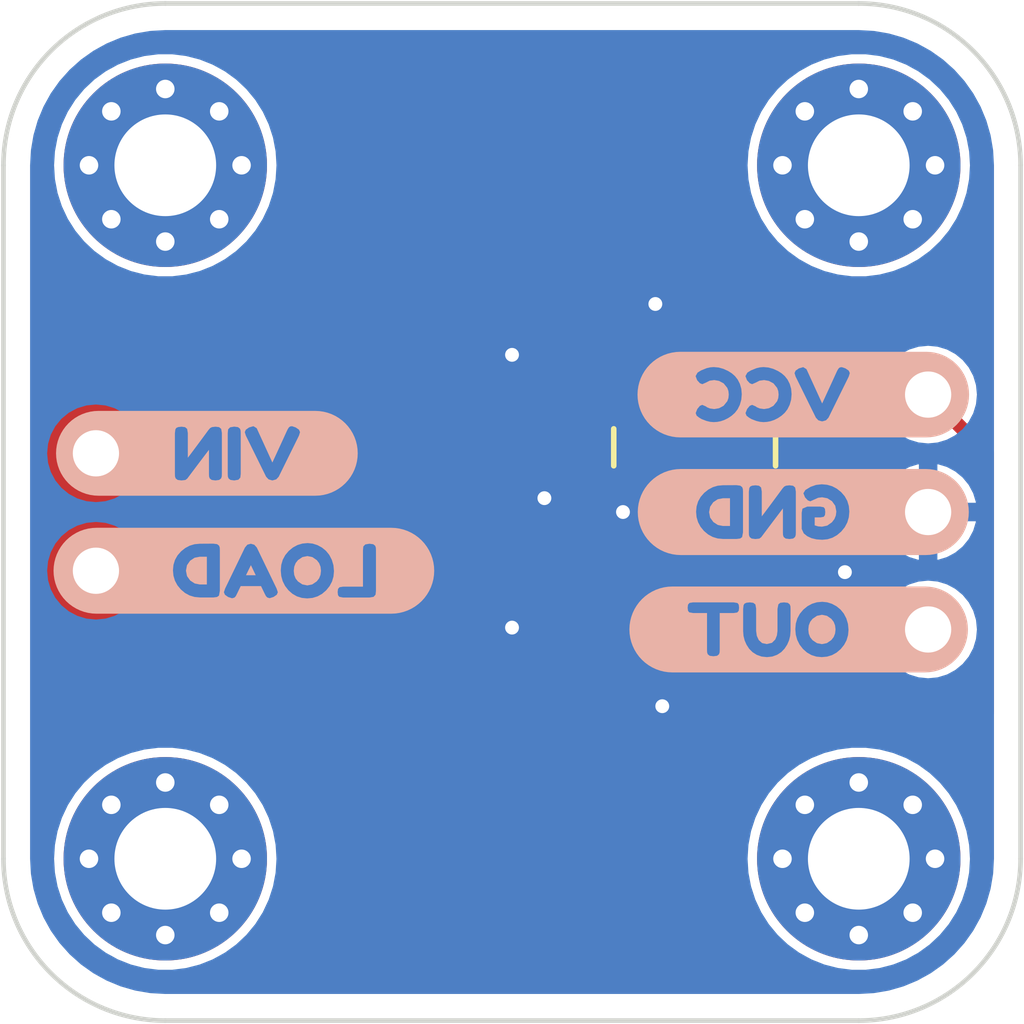
<source format=kicad_pcb>
(kicad_pcb (version 20221018) (generator pcbnew)
  (title_block (title "Current Sense Amplifier") (date "2023-02-27") (rev "A") (company "Designed by Tobias N.") (comment 4 "- Current Sense Amplifier -"))
  (layers (0 "F.Cu" signal) (31 "B.Cu" signal) (34 "B.Paste" user) (35 "F.Paste" user) (36 "B.SilkS" user "B.Silkscreen") (37 "F.SilkS" user "F.Silkscreen") (38 "B.Mask" user) (39 "F.Mask" user) (44 "Edge.Cuts" user))
  (net 0 "")
  (net 1 "VCC")
  (net 2 "GND")
  (net 3 "Net-(U2--)")
  (net 4 "Net-(C4-Pad2)")
  (net 5 "Net-(U2-+)")
  (net 6 "VIN")
  (net 7 "Net-(J1-Pad2)")
  (net 8 "Net-(J2-Pad3)")
  (net 9 "Net-(U1--)")
  (net 10 "Net-(U1-+)")
  (net 11 "Net-(R6-Pad2)")
  (footprint "CurrentSenseAmplifier:SOT-23-5" (layer "F.Cu") (at 144.2 105 -90)
    (fp_text reference "U2")
    (fp_text value "OPA189" hide)
    (fp_line (start -1 -1.5) (end -1.8 -1.5) (stroke (width 0.12)) (layer "F.SilkS"))
    (pad "1" smd roundrect (at -1.31 -0.95 270) (size 1.22 0.6) (layers "F.Cu" "F.Paste" "F.Mask") (net 4 "Net-(C4-Pad2)"))
    (pad "2" smd roundrect (at -1.31 0 270) (size 1.22 0.6) (layers "F.Cu" "F.Paste" "F.Mask") (net 2 "GND"))
    (pad "3" smd roundrect (at -1.31 0.95 270) (size 1.22 0.6) (layers "F.Cu" "F.Paste" "F.Mask") (net 5 "Net-(U2-+)"))
    (pad "4" smd roundrect (at 1.31 0.95 270) (size 1.22 0.6) (layers "F.Cu" "F.Paste" "F.Mask") (net 3 "Net-(U2--)"))
    (pad "5" smd roundrect (at 1.31 -0.95 270) (size 1.22 0.6) (layers "F.Cu" "F.Paste" "F.Mask") (net 1 "VCC"))
  )
  (footprint "CurrentSenseAmplifier:R_0402_(1005_Metric)" (layer "F.Cu") (at 146.4 103.9 -90)
    (fp_text reference "R8")
    (fp_text value "220R" hide)
    (pad "1" smd roundrect (at -0.5 0 270) (size 0.5 0.6) (layers "F.Cu" "F.Paste" "F.Mask") (net 4 "Net-(C4-Pad2)"))
    (pad "2" smd roundrect (at 0.5 0 270) (size 0.5 0.6) (layers "F.Cu" "F.Paste" "F.Mask") (net 8 "Net-(J2-Pad3)"))
  )
  (footprint "CurrentSenseAmplifier:SOT-23-5" (layer "F.Cu") (at 140.7 105 -90)
    (fp_text reference "U1")
    (fp_text value "LT6106" hide)
    (fp_line (start -1 -1.5) (end -1.8 -1.5) (stroke (width 0.12)) (layer "F.SilkS"))
    (pad "1" smd roundrect (at -1.31 -0.95 270) (size 1.22 0.6) (layers "F.Cu" "F.Paste" "F.Mask") (net 5 "Net-(U2-+)"))
    (pad "2" smd roundrect (at -1.31 0 270) (size 1.22 0.6) (layers "F.Cu" "F.Paste" "F.Mask") (net 2 "GND"))
    (pad "3" smd roundrect (at -1.31 0.95 270) (size 1.22 0.6) (layers "F.Cu" "F.Paste" "F.Mask") (net 9 "Net-(U1--)"))
    (pad "4" smd roundrect (at 1.31 0.95 270) (size 1.22 0.6) (layers "F.Cu" "F.Paste" "F.Mask") (net 10 "Net-(U1-+)"))
    (pad "5" smd roundrect (at 1.31 -0.95 270) (size 1.22 0.6) (layers "F.Cu" "F.Paste" "F.Mask") (net 1 "VCC"))
  )
  (footprint "CurrentSenseAmplifier:R_0402_(1005_Metric)" (layer "F.Cu") (at 141.2 102.5)
    (fp_text reference "R4")
    (fp_text value "1k 0.05%" hide)
    (pad "1" smd roundrect (at -0.5 0) (size 0.5 0.6) (layers "F.Cu" "F.Paste" "F.Mask") (net 2 "GND"))
    (pad "2" smd roundrect (at 0.5 0) (size 0.5 0.6) (layers "F.Cu" "F.Paste" "F.Mask") (net 5 "Net-(U2-+)"))
  )
  (footprint "CurrentSenseAmplifier:C_1206_(3216_Metric)" (layer "F.Cu") (at 144.6 101.8 180)
    (fp_text reference "C1")
    (fp_text value "2.2uF" hide)
    (pad "1" smd roundrect (at -1.5 0 180) (size 1.15 1.8) (layers "F.Cu" "F.Paste" "F.Mask") (roundrect_rratio 0.217391) (net 1 "VCC"))
    (pad "2" smd roundrect (at 1.5 0 180) (size 1.15 1.8) (layers "F.Cu" "F.Paste" "F.Mask") (roundrect_rratio 0.217391) (net 2 "GND"))
  )
  (footprint "CurrentSenseAmplifier:R_0402_(1005_Metric)" (layer "F.Cu") (at 138 105.5)
    (fp_text reference "R3")
    (fp_text value "100R 0.05%" hide)
    (pad "1" smd roundrect (at -0.5 0) (size 0.5 0.6) (layers "F.Cu" "F.Paste" "F.Mask") (net 7 "Net-(J1-Pad2)"))
    (pad "2" smd roundrect (at 0.5 0) (size 0.5 0.6) (layers "F.Cu" "F.Paste" "F.Mask") (net 10 "Net-(U1-+)"))
  )
  (footprint "CurrentSenseAmplifier:C_0402_(1005_Metric)" (layer "F.Cu") (at 146.4 106.1 90)
    (fp_text reference "C3")
    (fp_text value "100nF" hide)
    (pad "1" smd roundrect (at -0.45 0 90) (size 0.62 0.62) (layers "F.Cu" "F.Paste" "F.Mask") (net 1 "VCC"))
    (pad "2" smd roundrect (at 0.45 0 90) (size 0.56 0.62) (layers "F.Cu" "F.Paste" "F.Mask") (net 2 "GND"))
  )
  (footprint "CurrentSenseAmplifier:C_0402_(1005_Metric)" (layer "F.Cu") (at 146 108 90)
    (fp_text reference "C4")
    (fp_text value "22pF" hide)
    (pad "1" smd roundrect (at -0.45 0 90) (size 0.62 0.62) (layers "F.Cu" "F.Paste" "F.Mask") (net 3 "Net-(U2--)"))
    (pad "2" smd roundrect (at 0.45 0 90) (size 0.56 0.62) (layers "F.Cu" "F.Paste" "F.Mask") (net 4 "Net-(C4-Pad2)"))
  )
  (footprint "CurrentSenseAmplifier:R_0402_(1005_Metric)" (layer "F.Cu") (at 138 104.5)
    (fp_text reference "R2")
    (fp_text value "100R 0.05%" hide)
    (pad "1" smd roundrect (at -0.5 0) (size 0.5 0.6) (layers "F.Cu" "F.Paste" "F.Mask") (net 6 "VIN"))
    (pad "2" smd roundrect (at 0.5 0) (size 0.5 0.6) (layers "F.Cu" "F.Paste" "F.Mask") (net 9 "Net-(U1--)"))
  )
  (footprint "CurrentSenseAmplifier:C_0402_(1005_Metric)" (layer "F.Cu") (at 141.2 101.6 180)
    (fp_text reference "C5")
    (fp_text value "100nF" hide)
    (pad "1" smd roundrect (at -0.45 0 180) (size 0.62 0.62) (layers "F.Cu" "F.Paste" "F.Mask") (net 5 "Net-(U2-+)"))
    (pad "2" smd roundrect (at 0.45 0 180) (size 0.56 0.62) (layers "F.Cu" "F.Paste" "F.Mask") (net 2 "GND"))
  )
  (footprint "CurrentSenseAmplifier:R_0402_(1005_Metric)" (layer "F.Cu") (at 143.25 108 90)
    (fp_text reference "R5")
    (fp_text value "1k 0.05%" hide)
    (pad "1" smd roundrect (at -0.5 0 90) (size 0.5 0.6) (layers "F.Cu" "F.Paste" "F.Mask") (net 2 "GND"))
    (pad "2" smd roundrect (at 0.5 0 90) (size 0.5 0.6) (layers "F.Cu" "F.Paste" "F.Mask") (net 3 "Net-(U2--)"))
  )
  (footprint "CurrentSenseAmplifier:MountingHole_M2" (layer "F.Cu") (at 147.5 112.5)
    (fp_text reference "H4" hide)
    (fp_text value "MountingHole" hide)
    (pad "1" thru_hole circle (at -1.65 0) (size 0.7 0.7) (drill 0.4) (layers "*.Cu" "*.Mask"))
    (pad "1" thru_hole circle (at -1.166726 -1.166726) (size 0.7 0.7) (drill 0.4) (layers "*.Cu" "*.Mask"))
    (pad "1" thru_hole circle (at -1.166726 1.166726) (size 0.7 0.7) (drill 0.4) (layers "*.Cu" "*.Mask"))
    (pad "1" thru_hole circle (at 0 -1.65) (size 0.7 0.7) (drill 0.4) (layers "*.Cu" "*.Mask"))
    (pad "1" thru_hole circle (at 0 0) (size 4.4 4.4) (drill 2.2) (layers "*.Cu" "*.Mask"))
    (pad "1" thru_hole circle (at 0 1.65) (size 0.7 0.7) (drill 0.4) (layers "*.Cu" "*.Mask"))
    (pad "1" thru_hole circle (at 1.166726 -1.166726) (size 0.7 0.7) (drill 0.4) (layers "*.Cu" "*.Mask"))
    (pad "1" thru_hole circle (at 1.166726 1.166726) (size 0.7 0.7) (drill 0.4) (layers "*.Cu" "*.Mask"))
    (pad "1" thru_hole circle (at 1.65 0) (size 0.7 0.7) (drill 0.4) (layers "*.Cu" "*.Mask"))
  )
  (footprint "CurrentSenseAmplifier:C_0402_(1005_Metric)" (layer "F.Cu") (at 141.2 107.5 180)
    (fp_text reference "C2")
    (fp_text value "100nF" hide)
    (pad "1" smd roundrect (at -0.45 0 180) (size 0.62 0.62) (layers "F.Cu" "F.Paste" "F.Mask") (net 1 "VCC"))
    (pad "2" smd roundrect (at 0.45 0 180) (size 0.56 0.62) (layers "F.Cu" "F.Paste" "F.Mask") (net 2 "GND"))
  )
  (footprint "CurrentSenseAmplifier:SolderJumper-2" (layer "F.Cu") (at 140 98.5)
    (fp_text reference "JP1")
    (fp_text value "SolderJumper_2" hide)
    (pad "1" smd custom (at -0.65 0) (size 1 0.5) (layers "F.Cu" "F.Mask") (net 6 "VIN") (options (clearance outline) (anchor rect)) (primitives (gr_circle (center 0 0.25) (end 0.5 0.25) (width 0) (fill yes)) (gr_circle (center 0 -0.25) (end 0.5 -0.25) (width 0) (fill yes)) (gr_poly (pts (xy 0.5 0.75) (xy 0 0.75) (xy 0 -0.75) (xy 0.5 -0.75)) (width 0) (fill yes))))
    (pad "2" smd custom (at 0.65 0) (size 1 0.5) (layers "F.Cu" "F.Mask") (net 1 "VCC") (options (clearance outline) (anchor rect)) (primitives (gr_circle (center 0 0.25) (end 0.5 0.25) (width 0) (fill yes)) (gr_circle (center 0 -0.25) (end 0.5 -0.25) (width 0) (fill yes)) (gr_poly (pts (xy 0 0.75) (xy -0.5 0.75) (xy -0.5 -0.75) (xy 0 -0.75)) (width 0) (fill yes))))
  )
  (footprint "CurrentSenseAmplifier:R_0402_(1005_Metric)" (layer "F.Cu") (at 145.1 108 90)
    (fp_text reference "R7")
    (fp_text value "2k2 0.05%" hide)
    (pad "1" smd roundrect (at -0.5 0 90) (size 0.5 0.6) (layers "F.Cu" "F.Paste" "F.Mask") (net 11 "Net-(R6-Pad2)"))
    (pad "2" smd roundrect (at 0.5 0 90) (size 0.5 0.6) (layers "F.Cu" "F.Paste" "F.Mask") (net 4 "Net-(C4-Pad2)"))
  )
  (footprint "CurrentSenseAmplifier:R_1206_(3216_Metric)" (layer "F.Cu") (at 134.8 105 -90)
    (fp_text reference "R1")
    (fp_text value "1R 0.1%" hide)
    (pad "1" smd roundrect (at -1.575 0 270) (size 1.15 1.7) (layers "F.Cu" "F.Paste" "F.Mask") (roundrect_rratio 0.222222) (net 6 "VIN"))
    (pad "2" smd roundrect (at 1.575 0 270) (size 1.15 1.7) (layers "F.Cu" "F.Paste" "F.Mask") (roundrect_rratio 0.222222) (net 7 "Net-(J1-Pad2)"))
  )
  (footprint "CurrentSenseAmplifier:PinHeader_1x03_P2.54mm_Vertical" (layer "F.Cu") (at 149 102.46)
    (fp_text reference "J2")
    (fp_text value "Header_1x03_P2.54" hide)
    (pad "1" thru_hole circle (at 0 0) (size 1.7 1.7) (drill 1) (layers "*.Cu" "*.Mask") (net 1 "VCC"))
    (pad "2" thru_hole oval (at 0 2.54) (size 1.7 1.7) (drill 1) (layers "*.Cu" "*.Mask") (net 2 "GND"))
    (pad "3" thru_hole oval (at 0 5.08) (size 1.7 1.7) (drill 1) (layers "*.Cu" "*.Mask") (net 8 "Net-(J2-Pad3)"))
  )
  (footprint "CurrentSenseAmplifier:PinHeader_1x02_P2.54mm_Vertical" (layer "F.Cu") (at 131 103.73)
    (fp_text reference "J1")
    (fp_text value "Header_1x03_P2.54" hide)
    (pad "1" thru_hole circle (at 0 0) (size 1.7 1.7) (drill 1) (layers "*.Cu" "*.Mask") (net 6 "VIN"))
    (pad "2" thru_hole oval (at 0 2.54) (size 1.7 1.7) (drill 1) (layers "*.Cu" "*.Mask") (net 7 "Net-(J1-Pad2)"))
  )
  (footprint "CurrentSenseAmplifier:R_0402_(1005_Metric)" (layer "F.Cu") (at 144.2 108 -90)
    (fp_text reference "R6")
    (fp_text value "6k8 0.05%" hide)
    (pad "1" smd roundrect (at -0.5 0 270) (size 0.5 0.6) (layers "F.Cu" "F.Paste" "F.Mask") (net 3 "Net-(U2--)"))
    (pad "2" smd roundrect (at 0.5 0 270) (size 0.5 0.6) (layers "F.Cu" "F.Paste" "F.Mask") (net 11 "Net-(R6-Pad2)"))
  )
  (footprint "CurrentSenseAmplifier:MountingHole_M2" (layer "F.Cu") (at 132.5 112.5)
    (fp_text reference "H1" hide)
    (fp_text value "MountingHole" hide)
    (pad "1" thru_hole circle (at -1.65 0) (size 0.7 0.7) (drill 0.4) (layers "*.Cu" "*.Mask"))
    (pad "1" thru_hole circle (at -1.166726 -1.166726) (size 0.7 0.7) (drill 0.4) (layers "*.Cu" "*.Mask"))
    (pad "1" thru_hole circle (at -1.166726 1.166726) (size 0.7 0.7) (drill 0.4) (layers "*.Cu" "*.Mask"))
    (pad "1" thru_hole circle (at 0 -1.65) (size 0.7 0.7) (drill 0.4) (layers "*.Cu" "*.Mask"))
    (pad "1" thru_hole circle (at 0 0) (size 4.4 4.4) (drill 2.2) (layers "*.Cu" "*.Mask"))
    (pad "1" thru_hole circle (at 0 1.65) (size 0.7 0.7) (drill 0.4) (layers "*.Cu" "*.Mask"))
    (pad "1" thru_hole circle (at 1.166726 -1.166726) (size 0.7 0.7) (drill 0.4) (layers "*.Cu" "*.Mask"))
    (pad "1" thru_hole circle (at 1.166726 1.166726) (size 0.7 0.7) (drill 0.4) (layers "*.Cu" "*.Mask"))
    (pad "1" thru_hole circle (at 1.65 0) (size 0.7 0.7) (drill 0.4) (layers "*.Cu" "*.Mask"))
  )
  (footprint "CurrentSenseAmplifier:MountingHole_M2" (layer "F.Cu") (at 132.5 97.5)
    (fp_text reference "H2" hide)
    (fp_text value "MountingHole" hide)
    (pad "1" thru_hole circle (at -1.65 0) (size 0.7 0.7) (drill 0.4) (layers "*.Cu" "*.Mask"))
    (pad "1" thru_hole circle (at -1.166726 -1.166726) (size 0.7 0.7) (drill 0.4) (layers "*.Cu" "*.Mask"))
    (pad "1" thru_hole circle (at -1.166726 1.166726) (size 0.7 0.7) (drill 0.4) (layers "*.Cu" "*.Mask"))
    (pad "1" thru_hole circle (at 0 -1.65) (size 0.7 0.7) (drill 0.4) (layers "*.Cu" "*.Mask"))
    (pad "1" thru_hole circle (at 0 0) (size 4.4 4.4) (drill 2.2) (layers "*.Cu" "*.Mask"))
    (pad "1" thru_hole circle (at 0 1.65) (size 0.7 0.7) (drill 0.4) (layers "*.Cu" "*.Mask"))
    (pad "1" thru_hole circle (at 1.166726 -1.166726) (size 0.7 0.7) (drill 0.4) (layers "*.Cu" "*.Mask"))
    (pad "1" thru_hole circle (at 1.166726 1.166726) (size 0.7 0.7) (drill 0.4) (layers "*.Cu" "*.Mask"))
    (pad "1" thru_hole circle (at 1.65 0) (size 0.7 0.7) (drill 0.4) (layers "*.Cu" "*.Mask"))
  )
  (footprint "CurrentSenseAmplifier:MountingHole_M2" (layer "F.Cu") (at 147.5 97.5)
    (fp_text reference "H3" hide)
    (fp_text value "MountingHole" hide)
    (pad "1" thru_hole circle (at -1.65 0) (size 0.7 0.7) (drill 0.4) (layers "*.Cu" "*.Mask"))
    (pad "1" thru_hole circle (at -1.166726 -1.166726) (size 0.7 0.7) (drill 0.4) (layers "*.Cu" "*.Mask"))
    (pad "1" thru_hole circle (at -1.166726 1.166726) (size 0.7 0.7) (drill 0.4) (layers "*.Cu" "*.Mask"))
    (pad "1" thru_hole circle (at 0 -1.65) (size 0.7 0.7) (drill 0.4) (layers "*.Cu" "*.Mask"))
    (pad "1" thru_hole circle (at 0 0) (size 4.4 4.4) (drill 2.2) (layers "*.Cu" "*.Mask"))
    (pad "1" thru_hole circle (at 0 1.65) (size 0.7 0.7) (drill 0.4) (layers "*.Cu" "*.Mask"))
    (pad "1" thru_hole circle (at 1.166726 -1.166726) (size 0.7 0.7) (drill 0.4) (layers "*.Cu" "*.Mask"))
    (pad "1" thru_hole circle (at 1.166726 1.166726) (size 0.7 0.7) (drill 0.4) (layers "*.Cu" "*.Mask"))
    (pad "1" thru_hole circle (at 1.65 0) (size 0.7 0.7) (drill 0.4) (layers "*.Cu" "*.Mask"))
  )
  (footprint "kibuzzard-64027225" (layer "B.Cu") (at 134.2 106.27 180)
    (fp_text reference "kibuzzard-64027225" hide)
    (fp_text value "G***" hide)
    (fp_poly (pts (xy -0.151871 0.12065) (xy -0.256646 -0.096838) (xy -0.045508 -0.096838) (xy -0.151871 0.12065)) (fill solid) (layer "B.SilkS"))
    (fp_poly (pts (xy 0.953029 0.303213) (xy 0.800629 0.303213) (xy 0.800629 -0.296863) (xy 0.954617 -0.296863) (xy 1.06336 -0.27563) (xy 1.160992 -0.211931) (xy 1.230048 -0.116086) (xy 1.253067 0.001588) (xy 1.230643 0.119658) (xy 1.163373 0.216694) (xy 1.06594 0.281583) (xy 0.953029 0.303213)) (fill solid) (layer "B.SilkS"))
    (fp_poly (pts (xy -1.667933 0) (xy -1.657791 -0.088283) (xy -1.627364 -0.164747) (xy -1.576652 -0.229394) (xy -1.480013 -0.295473) (xy -1.372658 -0.3175) (xy -1.265502 -0.296069) (xy -1.169458 -0.231775) (xy -1.119187 -0.168099) (xy -1.089025 -0.091369) (xy -1.078971 -0.001587) (xy -1.089113 0.088371) (xy -1.11954 0.165629) (xy -1.170252 0.230188) (xy -1.266891 0.295672) (xy -1.374246 0.3175) (xy -1.481402 0.295473) (xy -1.577446 0.229394) (xy -1.627717 0.164747) (xy -1.657879 0.088283) (xy -1.667933 0)) (fill solid) (layer "B.SilkS"))
    (fp_poly (pts (xy -2.856971 0.929217) (xy -3.1877 0.929217) (xy -3.278779 0.924742) (xy -3.368981 0.911362) (xy -3.457437 0.889205) (xy -3.543296 0.858484) (xy -3.62573 0.819496) (xy -3.703945 0.772615) (xy -3.777189 0.718294) (xy -3.844755 0.657055) (xy -3.905994 0.589489) (xy -3.960315 0.516245) (xy -4.007196 0.43803) (xy -4.046184 0.355596) (xy -4.076905 0.269737) (xy -4.099062 0.181281) (xy -4.112442 0.091079) (xy -4.116917 0) (xy -4.112442 -0.091079) (xy -4.099062 -0.181281) (xy -4.076905 -0.269737) (xy -4.046184 -0.355596) (xy -4.007196 -0.43803) (xy -3.960315 -0.516245) (xy -3.905994 -0.589489) (xy -3.844755 -0.657055) (xy -3.777189 -0.718294) (xy -3.703945 -0.772615) (xy -3.62573 -0.819496) (xy -3.543296 -0.858484) (xy -3.457437 -0.889205) (xy -3.368981 -0.911362) (xy -3.278779 -0.924742) (xy -3.1877 -0.929217) (xy -2.856971 -0.929217) (xy -2.145771 -0.929217) (xy -2.145771 -0.579437) (xy -2.717271 -0.579437) (xy -2.805377 -0.564356) (xy -2.847446 -0.519113) (xy -2.856971 -0.43815) (xy -2.856971 0.4445) (xy -2.85459 0.499269) (xy -2.839508 0.541337) (xy -2.79744 0.573484) (xy -2.715683 0.5842) (xy -2.62718 0.569516) (xy -2.583921 0.525463) (xy -2.575983 0.442913) (xy -2.575983 -0.344488) (xy -2.144183 -0.344488) (xy -2.067983 -0.356394) (xy -2.036233 -0.3937) (xy -2.028296 -0.461169) (xy -2.036233 -0.528638) (xy -2.063221 -0.563563) (xy -2.145771 -0.579437) (xy -2.145771 -0.929217) (xy -1.369483 -0.929217) (xy -1.369483 -0.598488) (xy -1.485619 -0.587573) (xy -1.592725 -0.554831) (xy -1.690803 -0.500261) (xy -1.779852 -0.423863) (xy -1.85382 -0.332383) (xy -1.906654 -0.232569) (xy -1.938354 -0.12442) (xy -1.948921 -0.007937) (xy -1.937015 0.119658) (xy -1.901296 0.238919) (xy -1.845733 0.344686) (xy -1.774296 0.4318) (xy -1.688968 0.501253) (xy -1.591733 0.554038) (xy -1.486958 0.587375) (xy -1.379008 0.598488) (xy -1.265403 0.587871) (xy -1.159536 0.556022) (xy -1.061409 0.50294) (xy -0.971021 0.428625) (xy -0.895317 0.338584) (xy -0.841243 0.238323) (xy -0.808798 0.127843) (xy -0.797983 0.007144) (xy -0.808302 -0.114002) (xy -0.839258 -0.225822) (xy -0.890852 -0.328315) (xy -0.963083 -0.421481) (xy -1.050396 -0.498921) (xy -1.147233 -0.554236) (xy -1.253596 -0.587425) (xy -1.369483 -0.598488) (xy -1.369483 -0.929217) (xy 0.255323 -0.929217) (xy 0.255323 -0.595312) (xy 0.204523 -0.581025) (xy 0.175948 -0.550863) (xy 0.151342 -0.503237) (xy 0.068792 -0.331788) (xy -0.370946 -0.331788) (xy -0.453496 -0.503237) (xy -0.478102 -0.549275) (xy -0.506677 -0.578644) (xy -0.557477 -0.593725) (xy -0.642408 -0.566738) (xy -0.711465 -0.519113) (xy -0.734483 -0.465137) (xy -0.707496 -0.384175) (xy -0.278871 0.503238) (xy -0.22569 0.561975) (xy -0.150283 0.5842) (xy -0.075671 0.563563) (xy -0.023283 0.50165) (xy 0.405342 -0.384175) (xy 0.432329 -0.465137) (xy 0.40931 -0.519509) (xy 0.340254 -0.568325) (xy 0.255323 -0.595312) (xy 0.255323 -0.929217) (xy 0.949854 -0.929217) (xy 0.949854 -0.57785) (xy 0.659342 -0.57785) (xy 0.58076 -0.567928) (xy 0.538692 -0.538163) (xy 0.519642 -0.436562) (xy 0.519642 0.446087) (xy 0.522023 0.50165) (xy 0.537104 0.542925) (xy 0.579173 0.575072) (xy 0.660929 0.585788) (xy 0.954617 0.5842) (xy 1.066238 0.573832) (xy 1.170914 0.542727) (xy 1.268644 0.490885) (xy 1.359429 0.418306) (xy 1.435828 0.330597) (xy 1.490398 0.233363) (xy 1.52314 0.126603) (xy 1.534054 0.010319) (xy 1.523388 -0.106412) (xy 1.49139 -0.214511) (xy 1.43806 -0.313978) (xy 1.363398 -0.404812) (xy 1.273555 -0.480516) (xy 1.174684 -0.534591) (xy 1.066783 -0.567035) (xy 0.949854 -0.57785) (xy 0.949854 -0.929217) (xy 1.534054 -0.929217) (xy 3.1877 -0.929217) (xy 3.278779 -0.924742) (xy 3.368981 -0.911362) (xy 3.457437 -0.889205) (xy 3.543296 -0.858484) (xy 3.62573 -0.819496) (xy 3.703945 -0.772615) (xy 3.777189 -0.718294) (xy 3.844755 -0.657055) (xy 3.905994 -0.589489) (xy 3.960315 -0.516245) (xy 4.007196 -0.43803) (xy 4.046184 -0.355596) (xy 4.076905 -0.269737) (xy 4.099062 -0.181281) (xy 4.112442 -0.091079) (xy 4.116917 0) (xy 4.112442 0.091079) (xy 4.099062 0.181281) (xy 4.076905 0.269737) (xy 4.046184 0.355596) (xy 4.007196 0.43803) (xy 3.960315 0.516245) (xy 3.905994 0.589489) (xy 3.844755 0.657055) (xy 3.777189 0.718294) (xy 3.703945 0.772615) (xy 3.62573 0.819496) (xy 3.543296 0.858484) (xy 3.457437 0.889205) (xy 3.368981 0.911362) (xy 3.278779 0.924742) (xy 3.1877 0.929217) (xy 1.534054 0.929217) (xy -2.856971 0.929217)) (fill solid) (layer "B.SilkS"))
  )
  (footprint "kibuzzard-64025D53" (layer "B.Cu") (at 146.3 102.46 180)
    (fp_text reference "kibuzzard-64025D53" hide)
    (fp_text value "G***" hide)
    (fp_poly (pts (xy -1.00621 0.926042) (xy -2.659856 0.926042) (xy -2.750624 0.921583) (xy -2.840518 0.908248) (xy -2.928672 0.886167) (xy -3.014237 0.855551) (xy -3.096389 0.816696) (xy -3.174337 0.769975) (xy -3.247331 0.71584) (xy -3.314667 0.65481) (xy -3.375696 0.587475) (xy -3.429832 0.514481) (xy -3.476552 0.436533) (xy -3.515407 0.354381) (xy -3.546023 0.268816) (xy -3.568104 0.180662) (xy -3.581439 0.090768) (xy -3.585898 0) (xy -3.581439 -0.090768) (xy -3.568104 -0.180662) (xy -3.546023 -0.268816) (xy -3.515407 -0.354381) (xy -3.476552 -0.436533) (xy -3.429832 -0.514481) (xy -3.375696 -0.587475) (xy -3.314667 -0.65481) (xy -3.247331 -0.71584) (xy -3.174337 -0.769975) (xy -3.096389 -0.816696) (xy -3.014237 -0.855551) (xy -2.928672 -0.886167) (xy -2.840518 -0.908248) (xy -2.750624 -0.921583) (xy -2.659856 -0.926042) (xy -1.00621 -0.926042) (xy -0.399785 -0.926042) (xy -0.399785 -0.57785) (xy -0.41566 -0.57785) (xy -0.491067 -0.556419) (xy -0.544248 -0.500063) (xy -0.982398 0.388937) (xy -1.00621 0.465137) (xy -0.982795 0.518319) (xy -0.912548 0.566737) (xy -0.832379 0.593725) (xy -0.79031 0.587375) (xy -0.763323 0.56515) (xy -0.737129 0.523081) (xy -0.715896 0.478631) (xy -0.67601 0.391319) (xy -0.625012 0.279202) (xy -0.570442 0.160337) (xy -0.515673 0.041473) (xy -0.464079 -0.070644) (xy -0.424987 -0.155377) (xy -0.407723 -0.192088) (xy -0.090223 0.503238) (xy -0.067998 0.550862) (xy 0.001852 0.593725) (xy 0.095515 0.566737) (xy 0.165761 0.518319) (xy 0.189177 0.465137) (xy 0.165365 0.388937) (xy -0.272785 -0.500063) (xy -0.325967 -0.556419) (xy -0.399785 -0.57785) (xy -0.399785 -0.926042) (xy 0.859896 -0.926042) (xy 0.859896 -0.595313) (xy 0.784093 -0.590352) (xy 0.707496 -0.575469) (xy 0.629311 -0.548878) (xy 0.548746 -0.508794) (xy 0.471157 -0.456803) (xy 0.401902 -0.394494) (xy 0.342569 -0.3175) (xy 0.294746 -0.221456) (xy 0.263194 -0.111323) (xy 0.252677 0.007937) (xy 0.262996 0.126008) (xy 0.293952 0.232569) (xy 0.340982 0.324644) (xy 0.399521 0.399256) (xy 0.468379 0.45978) (xy 0.546365 0.509587) (xy 0.650258 0.557213) (xy 0.754503 0.585788) (xy 0.859102 0.595313) (xy 0.93431 0.589558) (xy 1.010708 0.572294) (xy 1.12739 0.525463) (xy 1.16549 0.503238) (xy 1.20994 0.474662) (xy 1.251215 0.399256) (xy 1.217877 0.31115) (xy 1.15914 0.246856) (xy 1.106752 0.225425) (xy 1.02579 0.26035) (xy 0.948002 0.300831) (xy 0.84799 0.314325) (xy 0.745596 0.296466) (xy 0.64479 0.242887) (xy 0.565415 0.144462) (xy 0.541602 0.076795) (xy 0.533665 0.000794) (xy 0.541602 -0.075208) (xy 0.565415 -0.142875) (xy 0.646377 -0.242888) (xy 0.745199 -0.295275) (xy 0.84799 -0.312738) (xy 0.940858 -0.300038) (xy 1.003565 -0.274638) (xy 1.03214 -0.254) (xy 1.10834 -0.22225) (xy 1.159536 -0.244475) (xy 1.214702 -0.31115) (xy 1.249627 -0.40005) (xy 1.228196 -0.455613) (xy 1.17819 -0.4953) (xy 1.123421 -0.528638) (xy 1.016265 -0.569913) (xy 0.936691 -0.588963) (xy 0.859896 -0.595313) (xy 0.859896 -0.926042) (xy 1.937808 -0.926042) (xy 1.937808 -0.595313) (xy 1.862005 -0.590352) (xy 1.785408 -0.575469) (xy 1.707224 -0.548878) (xy 1.626658 -0.508794) (xy 1.549069 -0.456803) (xy 1.479815 -0.394494) (xy 1.420482 -0.3175) (xy 1.372658 -0.221456) (xy 1.341107 -0.111323) (xy 1.33059 0.007937) (xy 1.340908 0.126008) (xy 1.371865 0.232569) (xy 1.418894 0.324644) (xy 1.477433 0.399256) (xy 1.546291 0.45978) (xy 1.624277 0.509587) (xy 1.72817 0.557213) (xy 1.832416 0.585788) (xy 1.937015 0.595313) (xy 2.012222 0.589558) (xy 2.088621 0.572294) (xy 2.205302 0.525463) (xy 2.243402 0.503238) (xy 2.287852 0.474662) (xy 2.329127 0.399256) (xy 2.29579 0.31115) (xy 2.237052 0.246856) (xy 2.184665 0.225425) (xy 2.103702 0.26035) (xy 2.025915 0.300831) (xy 1.925902 0.314325) (xy 1.823508 0.296466) (xy 1.722702 0.242887) (xy 1.643327 0.144462) (xy 1.619515 0.076795) (xy 1.611577 0.000794) (xy 1.619515 -0.075208) (xy 1.643327 -0.142875) (xy 1.72429 -0.242888) (xy 1.823111 -0.295275) (xy 1.925902 -0.312738) (xy 2.018771 -0.300038) (xy 2.081477 -0.274638) (xy 2.110052 -0.254) (xy 2.186252 -0.22225) (xy 2.237449 -0.244475) (xy 2.292615 -0.31115) (xy 2.32754 -0.40005) (xy 2.306108 -0.455613) (xy 2.256102 -0.4953) (xy 2.201333 -0.528638) (xy 2.094177 -0.569913) (xy 2.014604 -0.588963) (xy 1.937808 -0.595313) (xy 1.937808 -0.926042) (xy 2.329127 -0.926042) (xy 2.659856 -0.926042) (xy 2.750624 -0.921583) (xy 2.840518 -0.908248) (xy 2.928672 -0.886167) (xy 3.014237 -0.855551) (xy 3.096389 -0.816696) (xy 3.174337 -0.769975) (xy 3.247331 -0.71584) (xy 3.314667 -0.65481) (xy 3.375696 -0.587475) (xy 3.429832 -0.514481) (xy 3.476552 -0.436533) (xy 3.515407 -0.354381) (xy 3.546023 -0.268816) (xy 3.568104 -0.180662) (xy 3.581439 -0.090768) (xy 3.585898 0) (xy 3.581439 0.090768) (xy 3.568104 0.180662) (xy 3.546023 0.268816) (xy 3.515407 0.354381) (xy 3.476552 0.436533) (xy 3.429832 0.514481) (xy 3.375696 0.587475) (xy 3.314667 0.65481) (xy 3.247331 0.71584) (xy 3.174337 0.769975) (xy 3.096389 0.816696) (xy 3.014237 0.855551) (xy 2.928672 0.886167) (xy 2.840518 0.908248) (xy 2.750624 0.921583) (xy 2.659856 0.926042) (xy 2.329127 0.926042) (xy -1.00621 0.926042)) (fill solid) (layer "B.SilkS"))
  )
  (footprint "kibuzzard-64025D5B" (layer "B.Cu") (at 146.3 105 180)
    (fp_text reference "kibuzzard-64025D5B" hide)
    (fp_text value "G***" hide)
    (fp_poly (pts (xy 1.737783 0.29845) (xy 1.585383 0.29845) (xy 1.585383 -0.301625) (xy 1.739371 -0.301625) (xy 1.848115 -0.280392) (xy 1.945746 -0.216694) (xy 2.014802 -0.120848) (xy 2.037821 -0.003175) (xy 2.015397 0.114895) (xy 1.948127 0.211931) (xy 1.850694 0.27682) (xy 1.737783 0.29845)) (fill solid) (layer "B.SilkS"))
    (fp_poly (pts (xy -0.995892 0.930804) (xy -2.649537 0.930804) (xy -2.740772 0.926322) (xy -2.831128 0.912919) (xy -2.919736 0.890724) (xy -3.005741 0.859951) (xy -3.088316 0.820896) (xy -3.166665 0.773935) (xy -3.240033 0.719521) (xy -3.307715 0.658178) (xy -3.369059 0.590496) (xy -3.423473 0.517127) (xy -3.470433 0.438778) (xy -3.509488 0.356203) (xy -3.540262 0.270198) (xy -3.562456 0.181591) (xy -3.57586 0.091235) (xy -3.580342 0) (xy -3.57586 -0.091235) (xy -3.562456 -0.181591) (xy -3.540262 -0.270198) (xy -3.509488 -0.356203) (xy -3.470433 -0.438778) (xy -3.423473 -0.517127) (xy -3.369059 -0.590496) (xy -3.307715 -0.658178) (xy -3.240033 -0.719521) (xy -3.166665 -0.773935) (xy -3.088316 -0.820896) (xy -3.005741 -0.859951) (xy -2.919736 -0.890724) (xy -2.831128 -0.912919) (xy -2.740772 -0.926322) (xy -2.649537 -0.930804) (xy -0.995892 -0.930804) (xy -0.410104 -0.930804) (xy -0.410104 -0.600075) (xy -0.524503 -0.588913) (xy -0.631164 -0.555427) (xy -0.730085 -0.499616) (xy -0.821267 -0.421481) (xy -0.897665 -0.327571) (xy -0.952235 -0.224433) (xy -0.984978 -0.112068) (xy -0.995892 0.009525) (xy -0.984779 0.130522) (xy -0.951442 0.241102) (xy -0.895879 0.341263) (xy -0.818092 0.431006) (xy -0.725223 0.504974) (xy -0.624417 0.557808) (xy -0.515673 0.589508) (xy -0.398992 0.600075) (xy -0.276401 0.586317) (xy -0.158397 0.545042) (xy -0.044979 0.47625) (xy -0.002117 0.405606) (xy -0.038629 0.315913) (xy -0.097764 0.252809) (xy -0.151342 0.231775) (xy -0.248179 0.275431) (xy -0.321204 0.308173) (xy -0.406929 0.319087) (xy -0.520832 0.297855) (xy -0.621242 0.234156) (xy -0.691489 0.136128) (xy -0.714904 0.011906) (xy -0.704321 -0.075053) (xy -0.672571 -0.152841) (xy -0.619654 -0.221456) (xy -0.518054 -0.293489) (xy -0.403754 -0.3175) (xy -0.320807 -0.310356) (xy -0.246592 -0.288925) (xy -0.246592 -0.115888) (xy -0.372004 -0.115888) (xy -0.441854 -0.103188) (xy -0.468842 -0.065881) (xy -0.475192 0.000794) (xy -0.468048 0.068263) (xy -0.441854 0.103187) (xy -0.365654 0.117475) (xy -0.086254 0.117475) (xy 0.018521 0.073025) (xy 0.034396 -0.015875) (xy 0.034396 -0.365125) (xy -0.010054 -0.461963) (xy -0.085064 -0.522387) (xy -0.176742 -0.565547) (xy -0.285089 -0.591443) (xy -0.410104 -0.600075) (xy -0.410104 -0.930804) (xy 1.036108 -0.930804) (xy 1.036108 -0.5842) (xy 0.950383 -0.574675) (xy 0.910696 -0.544513) (xy 0.798424 -0.394935) (xy 0.699735 -0.263701) (xy 0.614627 -0.150813) (xy 0.543101 -0.056268) (xy 0.485158 0.019932) (xy 0.440796 0.077788) (xy 0.440796 -0.4445) (xy 0.438415 -0.500063) (xy 0.423333 -0.541338) (xy 0.381265 -0.573484) (xy 0.299508 -0.5842) (xy 0.220133 -0.573484) (xy 0.178858 -0.541338) (xy 0.163777 -0.498475) (xy 0.161396 -0.442913) (xy 0.161396 0.442913) (xy 0.176477 0.531019) (xy 0.221721 0.568325) (xy 0.299508 0.57785) (xy 0.374915 0.569119) (xy 0.413808 0.549275) (xy 0.450321 0.508) (xy 0.555801 0.364728) (xy 0.648935 0.238654) (xy 0.729721 0.129778) (xy 0.79816 0.0381) (xy 0.854251 -0.03638) (xy 0.897996 -0.093663) (xy 0.897996 0.442913) (xy 0.913077 0.531019) (xy 0.958321 0.568325) (xy 1.033727 0.57785) (xy 1.106752 0.569912) (xy 1.148027 0.550862) (xy 1.167871 0.517525) (xy 1.177396 0.436562) (xy 1.177396 -0.4445) (xy 1.175015 -0.500063) (xy 1.159933 -0.541338) (xy 1.117865 -0.573484) (xy 1.036108 -0.5842) (xy 1.036108 -0.930804) (xy 1.734608 -0.930804) (xy 1.734608 -0.582613) (xy 1.444096 -0.582613) (xy 1.365515 -0.572691) (xy 1.323446 -0.542925) (xy 1.304396 -0.441325) (xy 1.304396 0.441325) (xy 1.306777 0.496888) (xy 1.321858 0.538163) (xy 1.363927 0.570309) (xy 1.445683 0.581025) (xy 1.739371 0.579437) (xy 1.850992 0.569069) (xy 1.955668 0.537964) (xy 2.053398 0.486122) (xy 2.144183 0.413544) (xy 2.220582 0.325834) (xy 2.275152 0.2286) (xy 2.307894 0.121841) (xy 2.318808 0.005556) (xy 2.308142 -0.111175) (xy 2.276144 -0.219273) (xy 2.222814 -0.31874) (xy 2.148152 -0.409575) (xy 2.05831 -0.485279) (xy 1.959438 -0.539353) (xy 1.851538 -0.571798) (xy 1.734608 -0.582613) (xy 1.734608 -0.930804) (xy 2.318808 -0.930804) (xy 2.649538 -0.930804) (xy 2.740772 -0.926322) (xy 2.831128 -0.912919) (xy 2.919736 -0.890724) (xy 3.005741 -0.859951) (xy 3.088316 -0.820896) (xy 3.166665 -0.773935) (xy 3.240033 -0.719521) (xy 3.307715 -0.658178) (xy 3.369059 -0.590496) (xy 3.423473 -0.517127) (xy 3.470433 -0.438778) (xy 3.509488 -0.356203) (xy 3.540262 -0.270198) (xy 3.562456 -0.181591) (xy 3.57586 -0.091235) (xy 3.580342 0) (xy 3.57586 0.091235) (xy 3.562456 0.181591) (xy 3.540262 0.270198) (xy 3.509488 0.356203) (xy 3.470433 0.438778) (xy 3.423473 0.517127) (xy 3.369059 0.590496) (xy 3.307715 0.658178) (xy 3.240033 0.719521) (xy 3.166665 0.773935) (xy 3.088316 0.820896) (xy 3.005741 0.859951) (xy 2.919736 0.890724) (xy 2.831128 0.912919) (xy 2.740772 0.926322) (xy 2.649538 0.930804) (xy 2.318808 0.930804) (xy -0.995892 0.930804)) (fill solid) (layer "B.SilkS"))
  )
  (footprint "kibuzzard-64027212" (layer "B.Cu") (at 133.4 103.73 180)
    (fp_text reference "kibuzzard-64027212" hide)
    (fp_text value "G***" hide)
    (fp_poly (pts (xy -2.014802 0.91731) (xy -2.345531 0.91731) (xy -2.435443 0.912893) (xy -2.52449 0.899685) (xy -2.611812 0.877811) (xy -2.696571 0.847484) (xy -2.777948 0.808996) (xy -2.855162 0.762716) (xy -2.927467 0.709091) (xy -2.994168 0.648636) (xy -3.054622 0.581936) (xy -3.108247 0.50963) (xy -3.154527 0.432417) (xy -3.193016 0.351039) (xy -3.223343 0.266281) (xy -3.245216 0.178958) (xy -3.258425 0.089912) (xy -3.262842 0) (xy -3.258425 -0.089912) (xy -3.245216 -0.178958) (xy -3.223343 -0.266281) (xy -3.193016 -0.351039) (xy -3.154527 -0.432417) (xy -3.108247 -0.50963) (xy -3.054622 -0.581936) (xy -2.994168 -0.648636) (xy -2.927467 -0.709091) (xy -2.855162 -0.762716) (xy -2.777948 -0.808996) (xy -2.696571 -0.847484) (xy -2.611812 -0.877811) (xy -2.52449 -0.899685) (xy -2.435443 -0.912893) (xy -2.345531 -0.91731) (xy -2.014802 -0.91731) (xy -1.408377 -0.91731) (xy -1.408377 -0.584994) (xy -1.424252 -0.584994) (xy -1.499658 -0.563563) (xy -1.55284 -0.507206) (xy -1.99099 0.381794) (xy -2.014802 0.457994) (xy -1.991386 0.511175) (xy -1.92114 0.559594) (xy -1.840971 0.586581) (xy -1.798902 0.580231) (xy -1.771915 0.558006) (xy -1.745721 0.515937) (xy -1.724488 0.471488) (xy -1.684602 0.384175) (xy -1.633604 0.272058) (xy -1.579033 0.153194) (xy -1.524265 0.03433) (xy -1.472671 -0.077788) (xy -1.433579 -0.16252) (xy -1.416315 -0.199231) (xy -1.098815 0.496094) (xy -1.07659 0.543719) (xy -1.00674 0.586581) (xy -0.913077 0.559594) (xy -0.84283 0.511175) (xy -0.819415 0.457994) (xy -0.843227 0.381794) (xy -1.281377 -0.507206) (xy -1.334558 -0.563563) (xy -1.408377 -0.584994) (xy -1.408377 -0.91731) (xy -0.592402 -0.91731) (xy -0.592402 -0.586581) (xy -0.680508 -0.5715) (xy -0.722577 -0.526256) (xy -0.732102 -0.445294) (xy -0.732102 0.437356) (xy -0.729721 0.492125) (xy -0.71464 0.534194) (xy -0.672571 0.566341) (xy -0.590815 0.577056) (xy -0.502311 0.562372) (xy -0.459052 0.518319) (xy -0.451115 0.435769) (xy -0.451115 -0.446881) (xy -0.453496 -0.502444) (xy -0.468577 -0.543719) (xy -0.510646 -0.575866) (xy -0.592402 -0.586581) (xy -0.592402 -0.91731) (xy 0.550598 -0.91731) (xy 0.550598 -0.586581) (xy 0.464873 -0.577056) (xy 0.425185 -0.546894) (xy 0.312914 -0.397316) (xy 0.214224 -0.266083) (xy 0.129117 -0.153194) (xy 0.057591 -0.058649) (xy -0.000353 0.017551) (xy -0.044715 0.075406) (xy -0.044715 -0.446881) (xy -0.047096 -0.502444) (xy -0.062177 -0.543719) (xy -0.104246 -0.575866) (xy -0.186002 -0.586581) (xy -0.265377 -0.575866) (xy -0.306652 -0.543719) (xy -0.321733 -0.500856) (xy -0.324115 -0.445294) (xy -0.324115 0.440531) (xy -0.309033 0.528638) (xy -0.26379 0.565944) (xy -0.186002 0.575469) (xy -0.110596 0.566738) (xy -0.071702 0.546894) (xy -0.03519 0.505619) (xy 0.070291 0.362347) (xy 0.163424 0.236273) (xy 0.24421 0.127397) (xy 0.312649 0.035719) (xy 0.368741 -0.038761) (xy 0.412485 -0.096044) (xy 0.412485 0.440531) (xy 0.427567 0.528638) (xy 0.47281 0.565944) (xy 0.548217 0.575469) (xy 0.621242 0.567531) (xy 0.662517 0.548481) (xy 0.68236 0.515144) (xy 0.691885 0.434181) (xy 0.691885 -0.446881) (xy 0.689504 -0.502444) (xy 0.674423 -0.543719) (xy 0.632354 -0.575866) (xy 0.550598 -0.586581) (xy 0.550598 -0.91731) (xy 0.691885 -0.91731) (xy 2.345531 -0.91731) (xy 2.435443 -0.912893) (xy 2.52449 -0.899685) (xy 2.611812 -0.877811) (xy 2.696571 -0.847484) (xy 2.777948 -0.808996) (xy 2.855162 -0.762716) (xy 2.927467 -0.709091) (xy 2.994168 -0.648636) (xy 3.054622 -0.581936) (xy 3.108247 -0.50963) (xy 3.154527 -0.432417) (xy 3.193016 -0.351039) (xy 3.223343 -0.266281) (xy 3.245216 -0.178958) (xy 3.258425 -0.089912) (xy 3.262842 0) (xy 3.258425 0.089912) (xy 3.245216 0.178958) (xy 3.223343 0.266281) (xy 3.193016 0.351039) (xy 3.154527 0.432417) (xy 3.108247 0.50963) (xy 3.054622 0.581936) (xy 2.994168 0.648636) (xy 2.927467 0.709091) (xy 2.855162 0.762716) (xy 2.777948 0.808996) (xy 2.696571 0.847484) (xy 2.611812 0.877811) (xy 2.52449 0.899685) (xy 2.435443 0.912893) (xy 2.345531 0.91731) (xy 0.691885 0.91731) (xy -2.014802 0.91731)) (fill solid) (layer "B.SilkS"))
  )
  (footprint "kibuzzard-64025D67" (layer "B.Cu") (at 146.2 107.54 180)
    (fp_text reference "kibuzzard-64025D67" hide)
    (fp_text value "G***" hide)
    (fp_poly (pts (xy -0.797454 0) (xy -0.787312 -0.088283) (xy -0.756885 -0.164747) (xy -0.706173 -0.229394) (xy -0.609534 -0.295473) (xy -0.502179 -0.3175) (xy -0.395023 -0.296069) (xy -0.298979 -0.231775) (xy -0.248708 -0.168099) (xy -0.218546 -0.091369) (xy -0.208492 -0.001587) (xy -0.218634 0.088371) (xy -0.249061 0.165629) (xy -0.299773 0.230188) (xy -0.396412 0.295672) (xy -0.503767 0.3175) (xy -0.610923 0.295473) (xy -0.706967 0.229394) (xy -0.757238 0.164747) (xy -0.7874 0.088283) (xy -0.797454 0)) (fill solid) (layer "B.SilkS"))
    (fp_poly (pts (xy -1.078442 0.929217) (xy -2.732088 0.929217) (xy -2.823167 0.924742) (xy -2.913369 0.911362) (xy -3.001825 0.889205) (xy -3.087683 0.858484) (xy -3.170117 0.819496) (xy -3.248333 0.772615) (xy -3.321576 0.718294) (xy -3.389143 0.657055) (xy -3.450382 0.589489) (xy -3.504703 0.516245) (xy -3.551583 0.43803) (xy -3.590572 0.355596) (xy -3.621292 0.269737) (xy -3.64345 0.181281) (xy -3.65683 0.091079) (xy -3.661304 0) (xy -3.65683 -0.091079) (xy -3.64345 -0.181281) (xy -3.621292 -0.269737) (xy -3.590572 -0.355596) (xy -3.551583 -0.43803) (xy -3.504703 -0.516245) (xy -3.450382 -0.589489) (xy -3.389143 -0.657055) (xy -3.321576 -0.718294) (xy -3.248333 -0.772615) (xy -3.170117 -0.819496) (xy -3.087683 -0.858484) (xy -3.001825 -0.889205) (xy -2.913369 -0.911362) (xy -2.823167 -0.924742) (xy -2.732088 -0.929217) (xy -1.078442 -0.929217) (xy -0.499004 -0.929217) (xy -0.499004 -0.598488) (xy -0.61514 -0.587573) (xy -0.722246 -0.554831) (xy -0.820324 -0.500261) (xy -0.909373 -0.423863) (xy -0.983341 -0.332383) (xy -1.036174 -0.232569) (xy -1.067875 -0.12442) (xy -1.078442 -0.007937) (xy -1.066535 0.119658) (xy -1.030817 0.238919) (xy -0.975254 0.344686) (xy -0.903817 0.4318) (xy -0.818489 0.501253) (xy -0.721254 0.554038) (xy -0.616479 0.587375) (xy -0.508529 0.598488) (xy -0.394924 0.587871) (xy -0.289057 0.556022) (xy -0.19093 0.50294) (xy -0.100542 0.428625) (xy -0.024838 0.338584) (xy 0.029236 0.238323) (xy 0.061681 0.127843) (xy 0.072496 0.007144) (xy 0.062177 -0.114002) (xy 0.031221 -0.225822) (xy -0.020373 -0.328315) (xy -0.092604 -0.421481) (xy -0.179917 -0.498921) (xy -0.276754 -0.554236) (xy -0.383117 -0.587425) (xy -0.499004 -0.598488) (xy -0.499004 -0.929217) (xy 0.686065 -0.929217) (xy 0.686065 -0.598488) (xy 0.570177 -0.585788) (xy 0.465402 -0.547688) (xy 0.37551 -0.48895) (xy 0.304271 -0.414338) (xy 0.248014 -0.327422) (xy 0.20783 -0.23495) (xy 0.18372 -0.136922) (xy 0.175683 -0.033337) (xy 0.175683 0.4445) (xy 0.178065 0.500856) (xy 0.193146 0.542925) (xy 0.236008 0.576263) (xy 0.316971 0.585788) (xy 0.397933 0.576263) (xy 0.439208 0.542925) (xy 0.458258 0.442913) (xy 0.458258 -0.033337) (xy 0.470165 -0.127794) (xy 0.505883 -0.217487) (xy 0.577321 -0.288925) (xy 0.690033 -0.315912) (xy 0.791236 -0.294481) (xy 0.863071 -0.230187) (xy 0.905933 -0.137716) (xy 0.920221 -0.03175) (xy 0.920221 0.454025) (xy 0.936096 0.541337) (xy 0.982133 0.576263) (xy 1.05754 0.585788) (xy 1.129771 0.57785) (xy 1.171046 0.5588) (xy 1.191683 0.525463) (xy 1.201208 0.442913) (xy 1.201208 -0.036512) (xy 1.193072 -0.138906) (xy 1.168665 -0.236538) (xy 1.127985 -0.329406) (xy 1.071033 -0.417512) (xy 0.998405 -0.490736) (xy 0.907521 -0.548481) (xy 0.802151 -0.585986) (xy 0.686065 -0.598488) (xy 0.686065 -0.929217) (xy 1.844146 -0.929217) (xy 1.844146 -0.579437) (xy 1.765565 -0.569913) (xy 1.72429 -0.537369) (xy 1.710002 -0.496094) (xy 1.707621 -0.441325) (xy 1.707621 0.3556) (xy 1.402821 0.3556) (xy 1.328208 0.367506) (xy 1.296458 0.404813) (xy 1.288521 0.471488) (xy 1.296458 0.537369) (xy 1.323446 0.5715) (xy 1.404408 0.585788) (xy 2.287058 0.585788) (xy 2.361671 0.573881) (xy 2.393421 0.536575) (xy 2.401358 0.4699) (xy 2.393421 0.404019) (xy 2.366433 0.369888) (xy 2.285471 0.3556) (xy 1.982258 0.3556) (xy 1.982258 -0.442913) (xy 1.979877 -0.496887) (xy 1.96559 -0.537369) (xy 1.923521 -0.569913) (xy 1.844146 -0.579437) (xy 1.844146 -0.929217) (xy 2.401358 -0.929217) (xy 2.732087 -0.929217) (xy 2.823167 -0.924742) (xy 2.913369 -0.911362) (xy 3.001825 -0.889205) (xy 3.087683 -0.858484) (xy 3.170117 -0.819496) (xy 3.248333 -0.772615) (xy 3.321576 -0.718294) (xy 3.389143 -0.657055) (xy 3.450382 -0.589489) (xy 3.504703 -0.516245) (xy 3.551583 -0.43803) (xy 3.590572 -0.355596) (xy 3.621292 -0.269737) (xy 3.64345 -0.181281) (xy 3.65683 -0.091079) (xy 3.661304 0) (xy 3.65683 0.091079) (xy 3.64345 0.181281) (xy 3.621292 0.269737) (xy 3.590572 0.355596) (xy 3.551583 0.43803) (xy 3.504703 0.516245) (xy 3.450382 0.589489) (xy 3.389143 0.657055) (xy 3.321576 0.718294) (xy 3.248333 0.772615) (xy 3.170117 0.819496) (xy 3.087683 0.858484) (xy 3.001825 0.889205) (xy 2.913369 0.911362) (xy 2.823167 0.924742) (xy 2.732087 0.929217) (xy 2.401358 0.929217) (xy -1.078442 0.929217)) (fill solid) (layer "B.SilkS"))
  )
  (gr_line (start 137.2 111.2) (end 137.2 108.8) (stroke (width 0.2)) (layer "F.Cu"))
  (gr_line (start 135.9 110.3) (end 136.5 110.1) (stroke (width 0.2)) (layer "F.Cu"))
  (gr_line (start 136.5 110.1) (end 135.9 109.9) (stroke (width 0.2)) (layer "F.Cu"))
  (gr_line (start 135.9 109.9) (end 136.5 109.7) (stroke (width 0.2)) (layer "F.Cu"))
  (gr_line (start 136.2 111.2) (end 136.2 112.2) (stroke (width 0.2)) (layer "F.Cu"))
  (gr_line (start 140.6 110) (end 141.1 110) (stroke (width 0.2)) (layer "F.Cu"))
  (gr_line (start 135.9 109.5) (end 136.2 109.3) (stroke (width 0.2)) (layer "F.Cu"))
  (gr_line (start 136.2 108.8) (end 136.2 107.8) (stroke (width 0.2)) (layer "F.Cu"))
  (gr_line (start 136.5 109.7) (end 135.9 109.5) (stroke (width 0.2)) (layer "F.Cu"))
  (gr_line (start 136.2 111.2) (end 136.2 110.7) (stroke (width 0.2)) (layer "F.Cu"))
  (gr_line (start 136.2 111.2) (end 137.2 111.2) (stroke (width 0.2)) (layer "F.Cu"))
  (gr_line (start 137.2 111.2) (end 137.2 111.7) (stroke (width 0.2)) (layer "F.Cu"))
  (gr_line (start 136.5 110.5) (end 135.9 110.3) (stroke (width 0.2)) (layer "F.Cu"))
  (gr_line (start 136.2 109.3) (end 136.2 108.8) (stroke (width 0.2)) (layer "F.Cu"))
  (gr_line (start 137.2 111.7) (end 140.6 110) (stroke (width 0.2)) (layer "F.Cu"))
  (gr_line (start 136.2 110.7) (end 136.5 110.5) (stroke (width 0.2)) (layer "F.Cu"))
  (gr_line (start 137.2 108.8) (end 137.2 108.3) (stroke (width 0.2)) (layer "F.Cu"))
  (gr_line (start 136.2 108.8) (end 137.2 108.8) (stroke (width 0.2)) (layer "F.Cu"))
  (gr_line (start 140.6 110) (end 137.2 108.3) (stroke (width 0.2)) (layer "F.Cu"))
  (gr_arc (start 132.5 116) (mid 130.025126 114.974874) (end 129 112.5) (stroke (width 0.1)) (layer "Edge.Cuts"))
  (gr_line (start 147.5 94) (end 132.5 94) (stroke (width 0.1)) (layer "Edge.Cuts"))
  (gr_line (start 129 97.5) (end 129 112.5) (stroke (width 0.1)) (layer "Edge.Cuts"))
  (gr_arc (start 129 97.5) (mid 130.025126 95.025126) (end 132.5 94) (stroke (width 0.1)) (layer "Edge.Cuts"))
  (gr_line (start 132.5 116) (end 147.5 116) (stroke (width 0.1)) (layer "Edge.Cuts"))
  (gr_line (start 151 112.5) (end 151 97.5) (stroke (width 0.1)) (layer "Edge.Cuts"))
  (gr_arc (start 147.5 94) (mid 149.974874 95.025126) (end 151 97.5) (stroke (width 0.1)) (layer "Edge.Cuts"))
  (gr_arc (start 151 112.5) (mid 149.974874 114.974874) (end 147.5 116) (stroke (width 0.1)) (layer "Edge.Cuts"))
  (gr_text "Current Sense\nAmplifier" (at 135.8 115.1) (layer "F.Cu") (effects (font (size 0.8 0.8) (thickness 0.2) bold) (justify left bottom)))
  (gr_text "x100" (at 137.5 110.3) (layer "F.Cu") (effects (font (size 0.5 0.5) (thickness 0.125) bold) (justify left bottom)))
  (gr_text "Power from VIN" (at 135.4 97) (layer "F.Cu") (effects (font (size 0.8 0.8) (thickness 0.2) bold) (justify left bottom)))
  (segment (start 146.1 101.8) (end 145.4 101.8) (width 0.3) (layer "F.Cu") (net 1))
  (segment (start 150.275 103.735) (end 150.275 109.325) (width 0.3) (layer "F.Cu") (net 1))
  (segment (start 146.4 106.55) (end 145.86 106.55) (width 0.3) (layer "F.Cu") (net 1))
  (segment (start 150.275 109.325) (end 149.8 109.8) (width 0.3) (layer "F.Cu") (net 1))
  (segment (start 145.4 101.8) (end 142.1 98.5) (width 0.3) (layer "F.Cu") (net 1))
  (segment (start 145.86 106.55) (end 145.62 106.31) (width 0.3) (layer "F.Cu") (net 1))
  (segment (start 146.1 101.8) (end 147 101.8) (width 0.3) (layer "F.Cu") (net 1))
  (segment (start 147.66 102.46) (end 149 102.46) (width 0.3) (layer "F.Cu") (net 1))
  (segment (start 145.62 106.31) (end 145.15 106.31) (width 0.3) (layer "F.Cu") (net 1))
  (segment (start 142.1 98.5) (end 140.65 98.5) (width 0.3) (layer "F.Cu") (net 1))
  (segment (start 141.65 106.31) (end 141.65 107.5) (width 0.3) (layer "F.Cu") (net 1))
  (segment (start 146.8 106.95) (end 146.8 109.8) (width 0.3) (layer "F.Cu") (net 1))
  (segment (start 142.1 109.8) (end 141.65 109.35) (width 0.3) (layer "F.Cu") (net 1))
  (segment (start 149 102.46) (end 150.275 103.735) (width 0.3) (layer "F.Cu") (net 1))
  (segment (start 149.8 109.8) (end 142.1 109.8) (width 0.3) (layer "F.Cu") (net 1))
  (segment (start 147 101.8) (end 147.66 102.46) (width 0.3) (layer "F.Cu") (net 1))
  (segment (start 141.65 109.35) (end 141.65 107.5) (width 0.3) (layer "F.Cu") (net 1))
  (segment (start 146.4 106.55) (end 146.8 106.95) (width 0.3) (layer "F.Cu") (net 1))
  (segment (start 140.7 102.5) (end 140.7 101.65) (width 0.3) (layer "F.Cu") (net 2))
  (segment (start 140.75 107.5) (end 140 107.5) (width 0.2) (layer "F.Cu") (net 2))
  (segment (start 140.7 103.69) (end 140.7 102.5) (width 0.3) (layer "F.Cu") (net 2))
  (segment (start 140.75 101.6) (end 140 101.6) (width 0.3) (layer "F.Cu") (net 2))
  (segment (start 140.7 103.69) (end 140.7 104.7) (width 0.3) (layer "F.Cu") (net 2))
  (segment (start 143.25 108.5) (end 143.25 109.2) (width 0.2) (layer "F.Cu") (net 2))
  (segment (start 143.1 101.8) (end 143.9 101.8) (width 0.3) (layer "F.Cu") (net 2))
  (segment (start 147.2 105.9) (end 147.2 106.3) (width 0.3) (layer "F.Cu") (net 2))
  (segment (start 144.2 104.6) (end 143.8 105) (width 0.3) (layer "F.Cu") (net 2))
  (segment (start 140.7 101.65) (end 140.75 101.6) (width 0.3) (layer "F.Cu") (net 2))
  (segment (start 144.2 103.69) (end 144.2 104.6) (width 0.3) (layer "F.Cu") (net 2))
  (segment (start 144.2 102.1) (end 144.2 103.69) (width 0.3) (layer "F.Cu") (net 2))
  (segment (start 143.8 105) (end 142.4 105) (width 0.3) (layer "F.Cu") (net 2))
  (segment (start 146.4 105.65) (end 146.95 105.65) (width 0.3) (layer "F.Cu") (net 2))
  (segment (start 146.95 105.65) (end 147.2 105.9) (width 0.3) (layer "F.Cu") (net 2))
  (segment (start 143.1 101.8) (end 143.1 100.5) (width 0.3) (layer "F.Cu") (net 2))
  (segment (start 143.9 101.8) (end 144.2 102.1) (width 0.3) (layer "F.Cu") (net 2))
  (via (at 142.4 105) (size 0.6) (drill 0.3) (layers "F.Cu" "B.Cu") (net 2))
  (via (at 140.7 104.7) (size 0.6) (drill 0.3) (layers "F.Cu" "B.Cu") (net 2))
  (via (at 140 107.5) (size 0.6) (drill 0.3) (layers "F.Cu" "B.Cu") (net 2))
  (via (at 140 101.6) (size 0.6) (drill 0.3) (layers "F.Cu" "B.Cu") (net 2))
  (via (at 143.25 109.2) (size 0.6) (drill 0.3) (layers "F.Cu" "B.Cu") (net 2))
  (via (at 143.1 100.5) (size 0.6) (drill 0.3) (layers "F.Cu" "B.Cu") (net 2))
  (via (at 147.2 106.3) (size 0.6) (drill 0.3) (layers "F.Cu" "B.Cu") (net 2))
  (segment (start 144.7 108) (end 145.55 108) (width 0.2) (layer "F.Cu") (net 3))
  (segment (start 143.25 107.5) (end 144.2 107.5) (width 0.2) (layer "F.Cu") (net 3))
  (segment (start 143.25 106.31) (end 143.25 107.5) (width 0.2) (layer "F.Cu") (net 3))
  (segment (start 144.2 107.5) (end 144.7 108) (width 0.2) (layer "F.Cu") (net 3))
  (segment (start 145.55 108) (end 146 108.45) (width 0.2) (layer "F.Cu") (net 3))
  (segment (start 145.15 103.69) (end 145.15 104.75) (width 0.2) (layer "F.Cu") (net 4))
  (segment (start 145.1 107.5) (end 145.95 107.5) (width 0.2) (layer "F.Cu") (net 4))
  (segment (start 145.62 103.69) (end 145.91 103.4) (width 0.2) (layer "F.Cu") (net 4))
  (segment (start 145.15 103.69) (end 145.62 103.69) (width 0.2) (layer "F.Cu") (net 4))
  (segment (start 145.15 104.75) (end 144.5 105.4) (width 0.2) (layer "F.Cu") (net 4))
  (segment (start 145.91 103.4) (end 146.4 103.4) (width 0.2) (layer "F.Cu") (net 4))
  (segment (start 144.5 106.9) (end 145.1 107.5) (width 0.2) (layer "F.Cu") (net 4))
  (segment (start 145.95 107.5) (end 146 107.55) (width 0.2) (layer "F.Cu") (net 4))
  (segment (start 144.5 105.4) (end 144.5 106.9) (width 0.2) (layer "F.Cu") (net 4))
  (segment (start 141.7 103.64) (end 141.65 103.69) (width 0.2) (layer "F.Cu") (net 5))
  (segment (start 141.7 102.5) (end 141.7 103.64) (width 0.2) (layer "F.Cu") (net 5))
  (segment (start 141.7 102.5) (end 141.7 101.65) (width 0.2) (layer "F.Cu") (net 5))
  (segment (start 143.25 103.69) (end 141.65 103.69) (width 0.2) (layer "F.Cu") (net 5))
  (segment (start 141.7 101.65) (end 141.65 101.6) (width 0.2) (layer "F.Cu") (net 5))
  (segment (start 131 102.2) (end 132.3 100.9) (width 0.3) (layer "F.Cu") (net 6))
  (segment (start 133.9 100.9) (end 136.3 98.5) (width 0.3) (layer "F.Cu") (net 6))
  (segment (start 131 103.73) (end 131 102.2) (width 0.3) (layer "F.Cu") (net 6))
  (segment (start 132.3 100.9) (end 133.9 100.9) (width 0.3) (layer "F.Cu") (net 6))
  (segment (start 137.1 104.5) (end 137.5 104.5) (width 0.15) (layer "F.Cu") (net 6))
  (segment (start 136.3 98.5) (end 139.35 98.5) (width 0.3) (layer "F.Cu") (net 6))
  (segment (start 136.025 103.425) (end 137.1 104.5) (width 0.15) (layer "F.Cu") (net 6))
  (segment (start 134.8 103.425) (end 136.025 103.425) (width 0.15) (layer "F.Cu") (net 6))
  (segment (start 134.8 106.575) (end 136.025 106.575) (width 0.15) (layer "F.Cu") (net 7))
  (segment (start 136.025 106.575) (end 137.1 105.5) (width 0.15) (layer "F.Cu") (net 7))
  (segment (start 137.1 105.5) (end 137.5 105.5) (width 0.15) (layer "F.Cu") (net 7))
  (segment (start 148.99 107.54) (end 149 107.54) (width 0.2) (layer "F.Cu") (net 8))
  (segment (start 147.8 105.8) (end 147.8 106.35) (width 0.2) (layer "F.Cu") (net 8))
  (segment (start 146.4 104.4) (end 147.8 105.8) (width 0.2) (layer "F.Cu") (net 8))
  (segment (start 147.8 106.35) (end 148.99 107.54) (width 0.2) (layer "F.Cu") (net 8))
  (segment (start 138.5 104.5) (end 139.31 103.69) (width 0.2) (layer "F.Cu") (net 9))
  (segment (start 139.31 103.69) (end 139.75 103.69) (width 0.2) (layer "F.Cu") (net 9))
  (segment (start 139.31 106.31) (end 139.75 106.31) (width 0.2) (layer "F.Cu") (net 10))
  (segment (start 138.5 105.5) (end 139.31 106.31) (width 0.2) (layer "F.Cu") (net 10))
  (segment (start 145.1 108.5) (end 144.2 108.5) (width 0.2) (layer "F.Cu") (net 11))
  (zone (net 6) (net_name "VIN") (layer "F.Cu") (name "VIN") (priority 1) (connect_pads yes (clearance 0.2)) (min_thickness 0.25) (fill yes (thermal_gap 0.5) (thermal_bridge_width 0.5) (smoothing fillet) (radius 0.3))
    (polygon (pts (xy 129.9 104.8) (xy 129.9 102.6) (xy 135.8 102.6) (xy 135.8 104.2) (xy 132.2 104.2) (xy 132.2 104.8)))
  )
  (zone (net 7) (net_name "Net-(J1-Pad2)") (layer "F.Cu") (name "VIN") (priority 1) (connect_pads yes (clearance 0.2)) (min_thickness 0.25) (fill yes (thermal_gap 0.5) (thermal_bridge_width 0.5) (smoothing fillet) (radius 0.3))
    (polygon (pts (xy 129.9 105.2) (xy 129.9 107.4) (xy 135.8 107.4) (xy 135.8 105.8) (xy 132.2 105.8) (xy 132.2 105.2)))
  )
  (zone (net 2) (net_name "GND") (layer "B.Cu") (name "GND") (connect_pads thru_hole_only (clearance 0.2)) (min_thickness 0.2) (fill yes (thermal_gap 0.2) (thermal_bridge_width 0.4) (smoothing fillet))
    (polygon (pts (xy 129 94) (xy 129 116) (xy 151 116) (xy 151 94)))
  )
)
</source>
